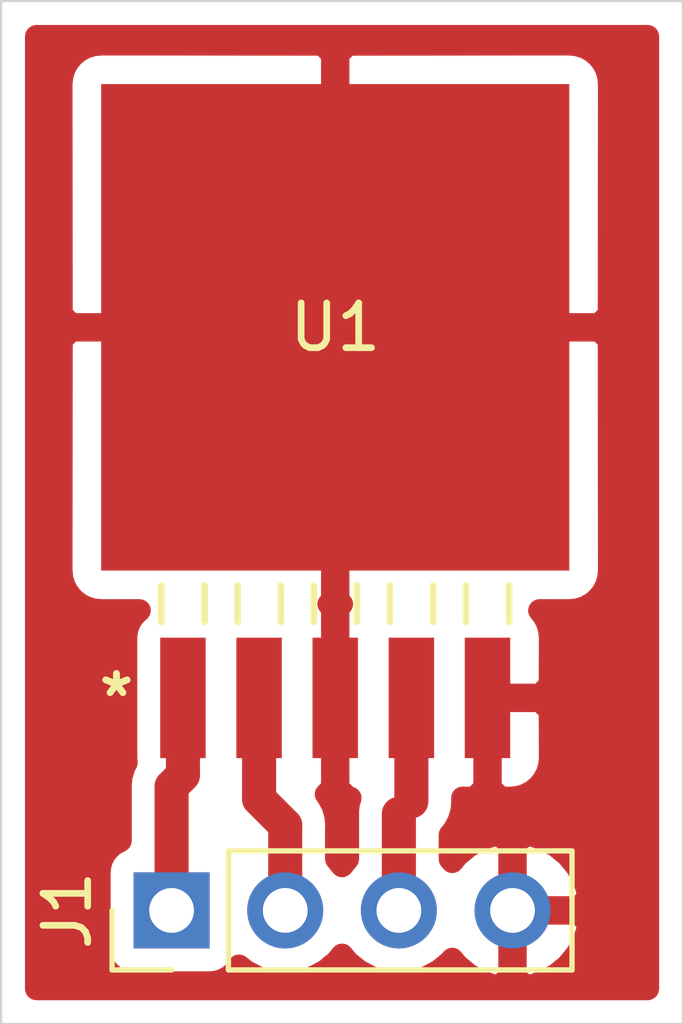
<source format=kicad_pcb>
(kicad_pcb (version 20171130) (host pcbnew "(5.1.4-0-10_14)")

  (general
    (thickness 1.6)
    (drawings 4)
    (tracks 9)
    (zones 0)
    (modules 2)
    (nets 5)
  )

  (page A4)
  (title_block
    (title "LM2592 Breakout Board")
    (date 2019-12-02)
    (rev v0.1)
    (comment 4 "Author:  Brian Bates")
  )

  (layers
    (0 F.Cu signal)
    (31 B.Cu signal)
    (32 B.Adhes user)
    (33 F.Adhes user)
    (34 B.Paste user)
    (35 F.Paste user)
    (36 B.SilkS user)
    (37 F.SilkS user)
    (38 B.Mask user)
    (39 F.Mask user)
    (40 Dwgs.User user)
    (41 Cmts.User user)
    (42 Eco1.User user)
    (43 Eco2.User user)
    (44 Edge.Cuts user)
    (45 Margin user)
    (46 B.CrtYd user)
    (47 F.CrtYd user)
    (48 B.Fab user)
    (49 F.Fab user)
  )

  (setup
    (last_trace_width 0.381)
    (trace_clearance 0.4064)
    (zone_clearance 0.508)
    (zone_45_only no)
    (trace_min 0.1524)
    (via_size 0.762)
    (via_drill 0.381)
    (via_min_size 0.6858)
    (via_min_drill 0.3302)
    (uvia_size 0.762)
    (uvia_drill 0.381)
    (uvias_allowed no)
    (uvia_min_size 0.6858)
    (uvia_min_drill 0.3302)
    (edge_width 0.05)
    (segment_width 0.2)
    (pcb_text_width 0.3)
    (pcb_text_size 1.5 1.5)
    (mod_edge_width 0.12)
    (mod_text_size 1 1)
    (mod_text_width 0.15)
    (pad_size 1.524 1.524)
    (pad_drill 0.762)
    (pad_to_mask_clearance 0.051)
    (solder_mask_min_width 0.25)
    (aux_axis_origin 0 0)
    (visible_elements FFFFFF7F)
    (pcbplotparams
      (layerselection 0x01000_ffffffff)
      (usegerberextensions false)
      (usegerberattributes false)
      (usegerberadvancedattributes false)
      (creategerberjobfile false)
      (excludeedgelayer true)
      (linewidth 0.100000)
      (plotframeref false)
      (viasonmask false)
      (mode 1)
      (useauxorigin false)
      (hpglpennumber 1)
      (hpglpenspeed 20)
      (hpglpendiameter 15.000000)
      (psnegative false)
      (psa4output false)
      (plotreference false)
      (plotvalue false)
      (plotinvisibletext false)
      (padsonsilk true)
      (subtractmaskfromsilk false)
      (outputformat 1)
      (mirror false)
      (drillshape 0)
      (scaleselection 1)
      (outputdirectory "Gerbers/"))
  )

  (net 0 "")
  (net 1 VIN)
  (net 2 FB)
  (net 3 VOUT)
  (net 4 GNDD)

  (net_class Default "This is the default net class."
    (clearance 0.4064)
    (trace_width 0.381)
    (via_dia 0.762)
    (via_drill 0.381)
    (uvia_dia 0.762)
    (uvia_drill 0.381)
    (add_net FB)
    (add_net GNDD)
    (add_net VIN)
    (add_net VOUT)
  )

  (module Connector_PinHeader_2.54mm:PinHeader_1x04_P2.54mm_Vertical (layer F.Cu) (tedit 59FED5CC) (tstamp 5DE614A2)
    (at 156.21 95.25 90)
    (descr "Through hole straight pin header, 1x04, 2.54mm pitch, single row")
    (tags "Through hole pin header THT 1x04 2.54mm single row")
    (path /5DFEA6A4)
    (fp_text reference J1 (at 0 -2.33 90) (layer F.SilkS)
      (effects (font (size 1 1) (thickness 0.15)))
    )
    (fp_text value Conn_01x04_Female (at 0 9.95 90) (layer F.Fab) hide
      (effects (font (size 1 1) (thickness 0.15)))
    )
    (fp_line (start -0.635 -1.27) (end 1.27 -1.27) (layer F.Fab) (width 0.1))
    (fp_line (start 1.27 -1.27) (end 1.27 8.89) (layer F.Fab) (width 0.1))
    (fp_line (start 1.27 8.89) (end -1.27 8.89) (layer F.Fab) (width 0.1))
    (fp_line (start -1.27 8.89) (end -1.27 -0.635) (layer F.Fab) (width 0.1))
    (fp_line (start -1.27 -0.635) (end -0.635 -1.27) (layer F.Fab) (width 0.1))
    (fp_line (start -1.33 8.95) (end 1.33 8.95) (layer F.SilkS) (width 0.12))
    (fp_line (start -1.33 1.27) (end -1.33 8.95) (layer F.SilkS) (width 0.12))
    (fp_line (start 1.33 1.27) (end 1.33 8.95) (layer F.SilkS) (width 0.12))
    (fp_line (start -1.33 1.27) (end 1.33 1.27) (layer F.SilkS) (width 0.12))
    (fp_line (start -1.33 0) (end -1.33 -1.33) (layer F.SilkS) (width 0.12))
    (fp_line (start -1.33 -1.33) (end 0 -1.33) (layer F.SilkS) (width 0.12))
    (fp_line (start -1.8 -1.8) (end -1.8 9.4) (layer F.CrtYd) (width 0.05))
    (fp_line (start -1.8 9.4) (end 1.8 9.4) (layer F.CrtYd) (width 0.05))
    (fp_line (start 1.8 9.4) (end 1.8 -1.8) (layer F.CrtYd) (width 0.05))
    (fp_line (start 1.8 -1.8) (end -1.8 -1.8) (layer F.CrtYd) (width 0.05))
    (fp_text user %R (at 0 3.81) (layer F.Fab)
      (effects (font (size 1 1) (thickness 0.15)))
    )
    (pad 1 thru_hole rect (at 0 0 90) (size 1.7 1.7) (drill 1) (layers *.Cu *.Mask)
      (net 1 VIN))
    (pad 2 thru_hole oval (at 0 2.54 90) (size 1.7 1.7) (drill 1) (layers *.Cu *.Mask)
      (net 3 VOUT))
    (pad 3 thru_hole oval (at 0 5.08 90) (size 1.7 1.7) (drill 1) (layers *.Cu *.Mask)
      (net 2 FB))
    (pad 4 thru_hole oval (at 0 7.62 90) (size 1.7 1.7) (drill 1) (layers *.Cu *.Mask)
      (net 4 GNDD))
    (model ${KISYS3DMOD}/Connector_PinHeader_2.54mm.3dshapes/PinHeader_1x04_P2.54mm_Vertical.wrl
      (at (xyz 0 0 0))
      (scale (xyz 1 1 1))
      (rotate (xyz 0 0 0))
    )
  )

  (module MyLibrary:LM2592HVSX-5.0&slash_NOPB (layer F.Cu) (tedit 0) (tstamp 5DE614DB)
    (at 159.867601 82.219801)
    (path /5DFE9E78)
    (fp_text reference U1 (at 0 0) (layer F.SilkS)
      (effects (font (size 1 1) (thickness 0.15)))
    )
    (fp_text value LM2592HVSX-5.0_NOPB (at 0.406399 -6.400801) (layer F.SilkS) hide
      (effects (font (size 1 1) (thickness 0.15)))
    )
    (fp_text user "Copyright 2016 Accelerated Designs. All rights reserved." (at 0 0) (layer Cmts.User)
      (effects (font (size 0.127 0.127) (thickness 0.002)))
    )
    (fp_text user * (at -4.8895 8.2804) (layer F.SilkS)
      (effects (font (size 1 1) (thickness 0.15)))
    )
    (fp_text user * (at -3.4036 4.826) (layer F.Fab)
      (effects (font (size 1 1) (thickness 0.15)))
    )
    (fp_text user * (at -3.4036 4.826) (layer F.Fab)
      (effects (font (size 1 1) (thickness 0.15)))
    )
    (fp_text user * (at -4.8895 8.2804) (layer F.SilkS)
      (effects (font (size 1 1) (thickness 0.15)))
    )
    (fp_line (start -2.921 5.08) (end -3.8862 5.08) (layer F.Fab) (width 0.1524))
    (fp_line (start -3.8862 5.08) (end -3.8862 9.271) (layer F.Fab) (width 0.1524))
    (fp_line (start -3.8862 9.271) (end -2.921 9.271) (layer F.Fab) (width 0.1524))
    (fp_line (start -2.921 9.271) (end -2.921 5.08) (layer F.Fab) (width 0.1524))
    (fp_line (start -1.2192 5.08) (end -2.1844 5.08) (layer F.Fab) (width 0.1524))
    (fp_line (start -2.1844 5.08) (end -2.1844 9.271) (layer F.Fab) (width 0.1524))
    (fp_line (start -2.1844 9.271) (end -1.2192 9.271) (layer F.Fab) (width 0.1524))
    (fp_line (start -1.2192 9.271) (end -1.2192 5.08) (layer F.Fab) (width 0.1524))
    (fp_line (start 0.4826 5.08) (end -0.4826 5.08) (layer F.Fab) (width 0.1524))
    (fp_line (start -0.4826 5.08) (end -0.4826 9.271) (layer F.Fab) (width 0.1524))
    (fp_line (start -0.4826 9.271) (end 0.4826 9.271) (layer F.Fab) (width 0.1524))
    (fp_line (start 0.4826 9.271) (end 0.4826 5.08) (layer F.Fab) (width 0.1524))
    (fp_line (start 2.1844 5.08) (end 1.2192 5.08) (layer F.Fab) (width 0.1524))
    (fp_line (start 1.2192 5.08) (end 1.2192 9.271) (layer F.Fab) (width 0.1524))
    (fp_line (start 1.2192 9.271) (end 2.1844 9.271) (layer F.Fab) (width 0.1524))
    (fp_line (start 2.1844 9.271) (end 2.1844 5.08) (layer F.Fab) (width 0.1524))
    (fp_line (start 3.8862 5.08) (end 2.921 5.08) (layer F.Fab) (width 0.1524))
    (fp_line (start 2.921 5.08) (end 2.921 9.271) (layer F.Fab) (width 0.1524))
    (fp_line (start 2.921 9.271) (end 3.8862 9.271) (layer F.Fab) (width 0.1524))
    (fp_line (start 3.8862 9.271) (end 3.8862 5.08) (layer F.Fab) (width 0.1524))
    (fp_line (start -3.8862 5.76834) (end -3.8862 6.5786) (layer F.SilkS) (width 0.1524))
    (fp_line (start -2.1844 5.76834) (end -2.1844 6.5786) (layer F.SilkS) (width 0.1524))
    (fp_line (start -0.4826 5.76834) (end -0.4826 6.5786) (layer F.SilkS) (width 0.1524))
    (fp_line (start 1.2192 5.76834) (end 1.2192 6.5786) (layer F.SilkS) (width 0.1524))
    (fp_line (start 2.921 5.76834) (end 2.921 6.5786) (layer F.SilkS) (width 0.1524))
    (fp_line (start -2.921 5.76834) (end -2.921 6.5786) (layer F.SilkS) (width 0.1524))
    (fp_line (start -1.2192 5.76834) (end -1.2192 6.5786) (layer F.SilkS) (width 0.1524))
    (fp_line (start 0.4826 5.76834) (end 0.4826 6.5786) (layer F.SilkS) (width 0.1524))
    (fp_line (start 2.1844 5.76834) (end 2.1844 6.5786) (layer F.SilkS) (width 0.1524))
    (fp_line (start 3.8862 5.76834) (end 3.8862 6.5786) (layer F.SilkS) (width 0.1524))
    (fp_line (start -5.207 5.08) (end 5.207 5.08) (layer F.Fab) (width 0.1524))
    (fp_line (start 5.207 5.08) (end 5.207 -5.08) (layer F.Fab) (width 0.1524))
    (fp_line (start 5.207 -5.08) (end -5.207 -5.08) (layer F.Fab) (width 0.1524))
    (fp_line (start -5.207 -5.08) (end -5.207 5.08) (layer F.Fab) (width 0.1524))
    (fp_line (start -5.4864 5.6896) (end -5.4864 -5.6896) (layer F.CrtYd) (width 0.1524))
    (fp_line (start -5.4864 -5.6896) (end 5.4864 -5.6896) (layer F.CrtYd) (width 0.1524))
    (fp_line (start 5.4864 -5.6896) (end 5.4864 5.6896) (layer F.CrtYd) (width 0.1524))
    (fp_line (start 5.4864 5.6896) (end 4.1656 5.6896) (layer F.CrtYd) (width 0.1524))
    (fp_line (start 4.1656 5.6896) (end 4.1656 9.8806) (layer F.CrtYd) (width 0.1524))
    (fp_line (start 4.1656 9.8806) (end -4.1656 9.8806) (layer F.CrtYd) (width 0.1524))
    (fp_line (start -4.1656 9.8806) (end -4.1656 5.6896) (layer F.CrtYd) (width 0.1524))
    (fp_line (start -4.1656 5.6896) (end -5.4864 5.6896) (layer F.CrtYd) (width 0.1524))
    (pad 1 smd rect (at -3.4036 8.2804) (size 1.016 2.6924) (layers F.Cu F.Paste F.Mask)
      (net 1 VIN))
    (pad 2 smd rect (at -1.7018 8.2804) (size 1.016 2.6924) (layers F.Cu F.Paste F.Mask)
      (net 3 VOUT))
    (pad 3 smd rect (at 0 8.2804) (size 1.016 2.6924) (layers F.Cu F.Paste F.Mask)
      (net 4 GNDD))
    (pad 4 smd rect (at 1.7018 8.2804) (size 1.016 2.6924) (layers F.Cu F.Paste F.Mask)
      (net 2 FB))
    (pad 5 smd rect (at 3.4036 8.2804) (size 1.016 2.6924) (layers F.Cu F.Paste F.Mask)
      (net 4 GNDD))
    (pad 6 smd rect (at 0 0) (size 10.4648 10.8712) (layers F.Cu F.Paste F.Mask)
      (net 4 GNDD))
  )

  (gr_line (start 152.4 74.93) (end 152.4 97.79) (layer Edge.Cuts) (width 0.05) (tstamp 5DE61821))
  (gr_line (start 167.64 74.93) (end 152.4 74.93) (layer Edge.Cuts) (width 0.05))
  (gr_line (start 167.64 97.79) (end 167.64 74.93) (layer Edge.Cuts) (width 0.05))
  (gr_line (start 152.4 97.79) (end 167.64 97.79) (layer Edge.Cuts) (width 0.05))

  (segment (start 156.464001 92.227401) (end 156.21 92.481402) (width 0.762) (layer F.Cu) (net 1))
  (segment (start 156.464001 90.500201) (end 156.464001 92.227401) (width 0.762) (layer F.Cu) (net 1))
  (segment (start 156.21 92.481402) (end 156.21 94.996) (width 0.762) (layer F.Cu) (net 1))
  (segment (start 161.569401 90.500201) (end 161.569401 92.811599) (width 0.762) (layer F.Cu) (net 2))
  (segment (start 161.569401 92.811599) (end 161.29 93.091) (width 0.381) (layer F.Cu) (net 2))
  (segment (start 161.29 93.091) (end 161.29 94.615) (width 0.762) (layer F.Cu) (net 2))
  (segment (start 158.165801 90.500201) (end 158.165801 92.760801) (width 0.762) (layer F.Cu) (net 3))
  (segment (start 158.165801 92.760801) (end 158.75 93.345) (width 0.762) (layer F.Cu) (net 3))
  (segment (start 158.75 93.345) (end 158.75 94.869) (width 0.762) (layer F.Cu) (net 3))

  (zone (net 4) (net_name GNDD) (layer F.Cu) (tstamp 5DE61AA5) (hatch edge 0.508)
    (connect_pads (clearance 0.508))
    (min_thickness 0.508)
    (fill yes (arc_segments 32) (thermal_gap 0.635) (thermal_bridge_width 0.635))
    (polygon
      (pts
        (xy 152.4 74.93) (xy 167.64 74.93) (xy 167.64 97.79) (xy 152.4 97.79)
      )
    )
    (filled_polygon
      (pts
        (xy 166.853 97.003) (xy 153.187 97.003) (xy 153.187 87.655401) (xy 153.7419 87.655401) (xy 153.759065 87.829675)
        (xy 153.809898 87.997252) (xy 153.892448 88.151692) (xy 154.003542 88.28706) (xy 154.13891 88.398154) (xy 154.29335 88.480704)
        (xy 154.460927 88.531537) (xy 154.635201 88.548702) (xy 155.493323 88.547956) (xy 155.414579 88.612579) (xy 155.319356 88.728609)
        (xy 155.248599 88.860986) (xy 155.205027 89.004623) (xy 155.190315 89.154001) (xy 155.190315 91.846401) (xy 155.200128 91.946034)
        (xy 155.148897 92.04188) (xy 155.083539 92.257336) (xy 155.067 92.425257) (xy 155.067 92.425263) (xy 155.061471 92.481402)
        (xy 155.067 92.537541) (xy 155.067 93.692593) (xy 155.066985 93.692598) (xy 154.934608 93.763355) (xy 154.818578 93.858578)
        (xy 154.723355 93.974608) (xy 154.652598 94.106985) (xy 154.609026 94.250622) (xy 154.594314 94.4) (xy 154.594314 96.1)
        (xy 154.609026 96.249378) (xy 154.652598 96.393015) (xy 154.723355 96.525392) (xy 154.818578 96.641422) (xy 154.934608 96.736645)
        (xy 155.066985 96.807402) (xy 155.210622 96.850974) (xy 155.36 96.865686) (xy 157.06 96.865686) (xy 157.209378 96.850974)
        (xy 157.353015 96.807402) (xy 157.485392 96.736645) (xy 157.601422 96.641422) (xy 157.696645 96.525392) (xy 157.716896 96.487506)
        (xy 157.850088 96.596814) (xy 158.13013 96.746499) (xy 158.433993 96.838675) (xy 158.670815 96.862) (xy 158.829185 96.862)
        (xy 159.066007 96.838675) (xy 159.36987 96.746499) (xy 159.649912 96.596814) (xy 159.895371 96.395371) (xy 160.02 96.24351)
        (xy 160.144629 96.395371) (xy 160.390088 96.596814) (xy 160.67013 96.746499) (xy 160.973993 96.838675) (xy 161.210815 96.862)
        (xy 161.369185 96.862) (xy 161.606007 96.838675) (xy 161.90987 96.746499) (xy 162.189912 96.596814) (xy 162.435371 96.395371)
        (xy 162.483289 96.336982) (xy 162.596968 96.476278) (xy 162.859895 96.693268) (xy 163.160103 96.854794) (xy 163.486055 96.954649)
        (xy 163.495424 96.956511) (xy 163.7665 96.76542) (xy 163.7665 95.3135) (xy 163.8935 95.3135) (xy 163.8935 96.76542)
        (xy 164.164576 96.956511) (xy 164.173945 96.954649) (xy 164.499897 96.854794) (xy 164.800105 96.693268) (xy 165.063032 96.476278)
        (xy 165.278575 96.212163) (xy 165.43845 95.911072) (xy 165.536513 95.584577) (xy 165.345592 95.3135) (xy 163.8935 95.3135)
        (xy 163.7665 95.3135) (xy 163.7465 95.3135) (xy 163.7465 95.1865) (xy 163.7665 95.1865) (xy 163.7665 93.73458)
        (xy 163.8935 93.73458) (xy 163.8935 95.1865) (xy 165.345592 95.1865) (xy 165.536513 94.915423) (xy 165.43845 94.588928)
        (xy 165.278575 94.287837) (xy 165.063032 94.023722) (xy 164.800105 93.806732) (xy 164.499897 93.645206) (xy 164.173945 93.545351)
        (xy 164.164576 93.543489) (xy 163.8935 93.73458) (xy 163.7665 93.73458) (xy 163.495424 93.543489) (xy 163.486055 93.545351)
        (xy 163.160103 93.645206) (xy 162.859895 93.806732) (xy 162.596968 94.023722) (xy 162.483289 94.163018) (xy 162.435371 94.104629)
        (xy 162.433 94.102683) (xy 162.433 93.561021) (xy 162.524369 93.449688) (xy 162.630504 93.251122) (xy 162.695862 93.035666)
        (xy 162.712401 92.867745) (xy 162.712401 92.734698) (xy 162.763201 92.739702) (xy 162.985451 92.735401) (xy 163.207701 92.513151)
        (xy 163.207701 90.563701) (xy 163.334701 90.563701) (xy 163.334701 92.513151) (xy 163.556951 92.735401) (xy 163.779201 92.739702)
        (xy 163.953475 92.722537) (xy 164.121052 92.671704) (xy 164.275492 92.589154) (xy 164.41086 92.47806) (xy 164.521954 92.342692)
        (xy 164.604504 92.188252) (xy 164.655337 92.020675) (xy 164.672502 91.846401) (xy 164.668201 90.785951) (xy 164.445951 90.563701)
        (xy 163.334701 90.563701) (xy 163.207701 90.563701) (xy 163.187701 90.563701) (xy 163.187701 90.436701) (xy 163.207701 90.436701)
        (xy 163.207701 90.416701) (xy 163.334701 90.416701) (xy 163.334701 90.436701) (xy 164.445951 90.436701) (xy 164.668201 90.214451)
        (xy 164.672502 89.154001) (xy 164.655337 88.979727) (xy 164.604504 88.81215) (xy 164.521954 88.65771) (xy 164.432017 88.548121)
        (xy 165.100001 88.548702) (xy 165.274275 88.531537) (xy 165.441852 88.480704) (xy 165.596292 88.398154) (xy 165.73166 88.28706)
        (xy 165.842754 88.151692) (xy 165.925304 87.997252) (xy 165.976137 87.829675) (xy 165.993302 87.655401) (xy 165.989001 82.505551)
        (xy 165.766751 82.283301) (xy 159.931101 82.283301) (xy 159.931101 88.322151) (xy 160.013651 88.404701) (xy 159.931101 88.487251)
        (xy 159.931101 90.436701) (xy 159.951101 90.436701) (xy 159.951101 90.563701) (xy 159.931101 90.563701) (xy 159.931101 92.513151)
        (xy 160.153351 92.735401) (xy 160.203147 92.736365) (xy 160.163539 92.866934) (xy 160.147 93.034855) (xy 160.147 94.102683)
        (xy 160.144629 94.104629) (xy 160.02 94.25649) (xy 159.895371 94.104629) (xy 159.893 94.102683) (xy 159.893 93.401138)
        (xy 159.898529 93.344999) (xy 159.893 93.28886) (xy 159.893 93.288854) (xy 159.876461 93.120933) (xy 159.876024 93.11949)
        (xy 159.835186 92.984868) (xy 159.811103 92.905477) (xy 159.704968 92.706911) (xy 159.662314 92.654938) (xy 159.804101 92.513151)
        (xy 159.804101 90.563701) (xy 159.784101 90.563701) (xy 159.784101 90.436701) (xy 159.804101 90.436701) (xy 159.804101 88.487251)
        (xy 159.721551 88.404701) (xy 159.804101 88.322151) (xy 159.804101 82.283301) (xy 153.968451 82.283301) (xy 153.746201 82.505551)
        (xy 153.7419 87.655401) (xy 153.187 87.655401) (xy 153.187 76.784201) (xy 153.7419 76.784201) (xy 153.746201 81.934051)
        (xy 153.968451 82.156301) (xy 159.804101 82.156301) (xy 159.804101 76.117451) (xy 159.931101 76.117451) (xy 159.931101 82.156301)
        (xy 165.766751 82.156301) (xy 165.989001 81.934051) (xy 165.993302 76.784201) (xy 165.976137 76.609927) (xy 165.925304 76.44235)
        (xy 165.842754 76.28791) (xy 165.73166 76.152542) (xy 165.596292 76.041448) (xy 165.441852 75.958898) (xy 165.274275 75.908065)
        (xy 165.100001 75.8909) (xy 160.153351 75.895201) (xy 159.931101 76.117451) (xy 159.804101 76.117451) (xy 159.581851 75.895201)
        (xy 154.635201 75.8909) (xy 154.460927 75.908065) (xy 154.29335 75.958898) (xy 154.13891 76.041448) (xy 154.003542 76.152542)
        (xy 153.892448 76.28791) (xy 153.809898 76.44235) (xy 153.759065 76.609927) (xy 153.7419 76.784201) (xy 153.187 76.784201)
        (xy 153.187 75.717) (xy 166.853001 75.717)
      )
    )
  )
)

</source>
